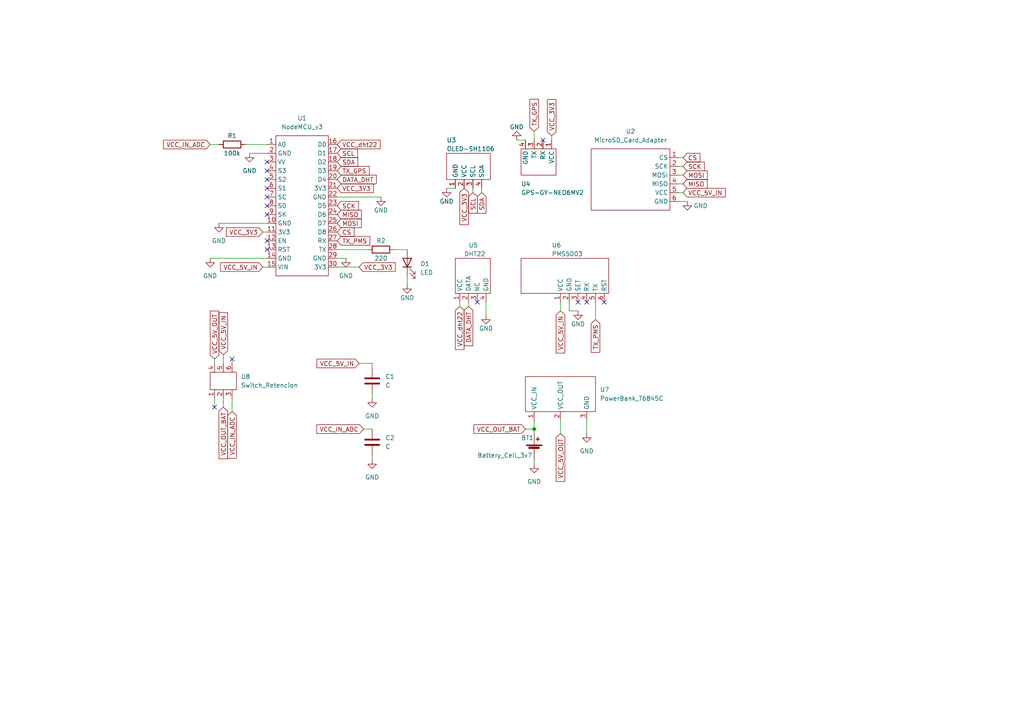
<source format=kicad_sch>
(kicad_sch (version 20220103) (generator eeschema)
  (paper "A4")
  (title_block (title "Monitor de material particulado") (company "UNC - FCEFyN"))
  (lib_symbols
    (symbol "Device:Battery_Cell" (pin_numbers hide) (pin_names (offset 0) hide)
      (property "Reference" "BT" (at 2.54 2.54 0))
      (property "Value" "Battery_Cell" (at 2.54 0 0))
      (symbol "Battery_Cell_0_1"
        (rectangle (start -2.286 1.778) (end 2.286 1.524) (fill (type outline)))
        (rectangle (start -1.5748 1.1938) (end 1.4732 0.6858) (fill (type outline)))
        (polyline (pts (xy 0 0.762) (xy 0 0)))
        (polyline (pts (xy 0 1.778) (xy 0 2.54)))
        (polyline (pts (xy 0.508 3.429) (xy 1.524 3.429)) (stroke (width 0.254)))
        (polyline (pts (xy 1.016 3.937) (xy 1.016 2.921)) (stroke (width 0.254)))
      )
      (symbol "Battery_Cell_1_1"
        (pin passive line (at 0 5.08 270) (length 2.54) (name "+") (number "1"))
        (pin passive line (at 0 -2.54 90) (length 2.54) (name "-") (number "2"))
      )
    )
    (symbol "Device:C" (pin_numbers hide) (pin_names (offset 0.254))
      (property "Reference" "C" (at 0.635 2.54 0))
      (property "Value" "C" (at 0.635 -2.54 0))
      (symbol "C_0_1"
        (polyline (pts (xy -2.032 -0.762) (xy 2.032 -0.762)) (stroke (width 0.508)))
        (polyline (pts (xy -2.032 0.762) (xy 2.032 0.762)) (stroke (width 0.508)))
      )
      (symbol "C_1_1"
        (pin passive line (at 0 3.81 270) (length 2.794) (name "~") (number "1"))
        (pin passive line (at 0 -3.81 90) (length 2.794) (name "~") (number "2"))
      )
    )
    (symbol "Device:LED" (pin_numbers hide) (pin_names (offset 1.016) hide)
      (property "Reference" "D" (at 0 2.54 0))
      (property "Value" "LED" (at 0 -2.54 0))
      (symbol "LED_0_1"
        (polyline (pts (xy -1.27 -1.27) (xy -1.27 1.27)) (stroke (width 0.254)))
        (polyline (pts (xy -1.27 0) (xy 1.27 0)))
        (polyline (pts (xy 1.27 -1.27) (xy 1.27 1.27) (xy -1.27 0) (xy 1.27 -1.27)) (stroke (width 0.254)))
        (polyline (pts (xy -3.048 -0.762) (xy -4.572 -2.286) (xy -3.81 -2.286) (xy -4.572 -2.286) (xy -4.572 -1.524)))
        (polyline (pts (xy -1.778 -0.762) (xy -3.302 -2.286) (xy -2.54 -2.286) (xy -3.302 -2.286) (xy -3.302 -1.524)))
      )
      (symbol "LED_1_1"
        (pin passive line (at -3.81 0 0) (length 2.54) (name "K") (number "1"))
        (pin passive line (at 3.81 0 180) (length 2.54) (name "A") (number "2"))
      )
    )
    (symbol "Device:R" (pin_numbers hide) (pin_names (offset 0))
      (property "Reference" "R" (at 2.032 0 90))
      (property "Value" "R" (at 0 0 90))
      (symbol "R_0_1"
        (rectangle (start -1.016 -2.54) (end 1.016 2.54) (stroke (width 0.254)))
      )
      (symbol "R_1_1"
        (pin passive line (at 0 3.81 270) (length 1.27) (name "~") (number "1"))
        (pin passive line (at 0 -3.81 90) (length 1.27) (name "~") (number "2"))
      )
    )
    (symbol "PI:DHT22"
      (property "Reference" "U" (at 0 3.81 0))
      (property "Value" "DHT22" (at 0 6.35 0))
      (symbol "DHT22_0_1"
        (rectangle (start -5.08 5.08) (end 5.08 -5.08))
      )
      (symbol "DHT22_1_1"
        (pin input line (at -3.81 -7.62 90) (length 2.54) (name "VCC") (number "1"))
        (pin input line (at -1.27 -7.62 90) (length 2.54) (name "DATA") (number "2"))
        (pin input line (at 1.27 -7.62 90) (length 2.54) (name "NC") (number "3"))
        (pin input line (at 3.81 -7.62 90) (length 2.54) (name "GND") (number "4"))
      )
    )
    (symbol "PI:GPS-GY-NEO6MV2"
      (property "Reference" "U" (at 0 -2.54 0))
      (property "Value" "GPS-GY-NEO6MV2" (at 0 -5.08 0))
      (symbol "GPS-GY-NEO6MV2_0_1"
        (rectangle (start 5.08 3.81) (end -5.08 -3.81))
      )
      (symbol "GPS-GY-NEO6MV2_1_1"
        (pin input line (at 3.81 6.35 270) (length 2.54) (name "VCC") (number "1"))
        (pin input line (at 1.27 6.35 270) (length 2.54) (name "RX") (number "2"))
        (pin input line (at -1.27 6.35 270) (length 2.54) (name "TX") (number "3"))
        (pin input line (at -3.81 6.35 270) (length 2.54) (name "GND") (number "4"))
      )
    )
    (symbol "PI:MicroSD_Card_Adapter"
      (property "Reference" "U" (at 0 7.62 0))
      (property "Value" "MicroSD_Card_Adapter" (at 0 10.16 0))
      (symbol "MicroSD_Card_Adapter_0_1"
        (rectangle (start 11.43 8.89) (end -11.43 -8.89))
      )
      (symbol "MicroSD_Card_Adapter_1_1"
        (pin input line (at 13.97 6.35 180) (length 2.54) (name "CS") (number "1"))
        (pin input line (at 13.97 3.81 180) (length 2.54) (name "SCK") (number "2"))
        (pin input line (at 13.97 1.27 180) (length 2.54) (name "MOSI") (number "3"))
        (pin input line (at 13.97 -1.27 180) (length 2.54) (name "MISO") (number "4"))
        (pin input line (at 13.97 -3.81 180) (length 2.54) (name "VCC") (number "5"))
        (pin input line (at 13.97 -6.35 180) (length 2.54) (name "GND") (number "6"))
      )
    )
    (symbol "PI:NodeMCU_v3"
      (property "Reference" "U" (at 0 17.78 0))
      (property "Value" "NodeMCU_v3" (at 0 22.86 0))
      (symbol "NodeMCU_v3_0_1"
        (rectangle (start -7.62 20.32) (end 7.62 -20.32))
        (rectangle (start 2.54 20.32) (end 2.54 20.32))
      )
      (symbol "NodeMCU_v3_1_1"
        (pin input line (at -10.16 17.78 0) (length 2.54) (name "A0") (number "1"))
        (pin input line (at -10.16 -5.08 0) (length 2.54) (name "GND") (number "10"))
        (pin input line (at -10.16 -7.62 0) (length 2.54) (name "3V3") (number "11"))
        (pin input line (at -10.16 -10.16 0) (length 2.54) (name "EN") (number "12"))
        (pin input line (at -10.16 -12.7 0) (length 2.54) (name "RST") (number "13"))
        (pin input line (at -10.16 -15.24 0) (length 2.54) (name "GND") (number "14"))
        (pin input line (at -10.16 -17.78 0) (length 2.54) (name "VIN") (number "15"))
        (pin input line (at 10.16 17.78 180) (length 2.54) (name "D0") (number "16"))
        (pin input line (at 10.16 15.24 180) (length 2.54) (name "D1") (number "17"))
        (pin input line (at 10.16 12.7 180) (length 2.54) (name "D2") (number "18"))
        (pin input line (at 10.16 10.16 180) (length 2.54) (name "D3") (number "19"))
        (pin input line (at -10.16 15.24 0) (length 2.54) (name "GND") (number "2"))
        (pin input line (at 10.16 7.62 180) (length 2.54) (name "D4") (number "20"))
        (pin input line (at 10.16 5.08 180) (length 2.54) (name "3V3") (number "21"))
        (pin input line (at 10.16 2.54 180) (length 2.54) (name "GND") (number "22"))
        (pin input line (at 10.16 0 180) (length 2.54) (name "D5") (number "23"))
        (pin input line (at 10.16 -2.54 180) (length 2.54) (name "D6") (number "24"))
        (pin input line (at 10.16 -5.08 180) (length 2.54) (name "D7") (number "25"))
        (pin input line (at 10.16 -7.62 180) (length 2.54) (name "D8") (number "26"))
        (pin input line (at 10.16 -10.16 180) (length 2.54) (name "RX") (number "27"))
        (pin input line (at 10.16 -12.7 180) (length 2.54) (name "TX") (number "28"))
        (pin input line (at 10.16 -15.24 180) (length 2.54) (name "GND") (number "29"))
        (pin input line (at -10.16 12.7 0) (length 2.54) (name "VV") (number "3"))
        (pin input line (at 10.16 -17.78 180) (length 2.54) (name "3V3") (number "30"))
        (pin input line (at -10.16 10.16 0) (length 2.54) (name "S3") (number "4"))
        (pin input line (at -10.16 7.62 0) (length 2.54) (name "S2") (number "5"))
        (pin input line (at -10.16 5.08 0) (length 2.54) (name "S1") (number "6"))
        (pin input line (at -10.16 2.54 0) (length 2.54) (name "SC") (number "7"))
        (pin input line (at -10.16 0 0) (length 2.54) (name "S0") (number "8"))
        (pin input line (at -10.16 -2.54 0) (length 2.54) (name "SK") (number "9"))
      )
    )
    (symbol "PI:OLED-SH1106"
      (property "Reference" "U" (at 0 2.54 0))
      (property "Value" "OLED-SH1106" (at 0 5.08 0))
      (symbol "OLED-SH1106_0_1"
        (rectangle (start -6.35 3.81) (end 6.35 -3.81))
        (rectangle (start 5.08 5.08) (end 5.08 5.08))
      )
      (symbol "OLED-SH1106_1_1"
        (pin input line (at -3.81 -6.35 90) (length 2.54) (name "GND") (number "1"))
        (pin input line (at -1.27 -6.35 90) (length 2.54) (name "VCC") (number "2"))
        (pin input line (at 1.27 -6.35 90) (length 2.54) (name "SCL") (number "3"))
        (pin input line (at 3.81 -6.35 90) (length 2.54) (name "SDA") (number "4"))
      )
    )
    (symbol "PI:PMS5003"
      (property "Reference" "U" (at 0 3.81 0))
      (property "Value" "PMS5003" (at 0 6.35 0))
      (symbol "PMS5003_0_1"
        (rectangle (start -12.7 5.08) (end 12.7 -5.08))
      )
      (symbol "PMS5003_1_1"
        (pin input line (at -1.27 -7.62 90) (length 2.54) (name "VCC") (number "1"))
        (pin input line (at 1.27 -7.62 90) (length 2.54) (name "GND") (number "2"))
        (pin input line (at 3.81 -7.62 90) (length 2.54) (name "SET") (number "3"))
        (pin input line (at 6.35 -7.62 90) (length 2.54) (name "RX") (number "4"))
        (pin input line (at 8.89 -7.62 90) (length 2.54) (name "TX") (number "5"))
        (pin input line (at 11.43 -7.62 90) (length 2.54) (name "RST") (number "6"))
      )
    )
    (symbol "PI:Switch_Retencion"
      (property "Reference" "U8" (at 5.08 1.27 0))
      (property "Value" "Switch_Retencion" (at 5.08 -1.27 0))
      (symbol "Switch_Retencion_0_1"
        (rectangle (start -3.81 2.54) (end 3.81 -2.54))
      )
      (symbol "Switch_Retencion_1_1"
        (pin input line (at -2.54 -5.08 90) (length 2.54) (name "") (number "1"))
        (pin input line (at 0 -5.08 90) (length 2.54) (name "") (number "2"))
        (pin input line (at 2.54 -5.08 90) (length 2.54) (name "") (number "3"))
        (pin input line (at -2.54 5.08 270) (length 2.54) (name "") (number "4"))
        (pin input line (at 0 5.08 270) (length 2.54) (name "") (number "5"))
        (pin input line (at 2.54 5.08 270) (length 2.54) (name "") (number "6"))
      )
    )
    (symbol "PowerBank_T6845C_1"
      (property "Reference" "U" (at -8.89 3.81 0))
      (property "Value" "PowerBank_T6845C_1" (at 0 6.35 0))
      (symbol "PowerBank_T6845C_1_0_1"
        (rectangle (start -10.16 -5.08) (end 10.16 5.08))
      )
      (symbol "PowerBank_T6845C_1_1_1"
        (pin input line (at -7.62 -7.62 90) (length 2.54) (name "VCC_IN") (number "1"))
        (pin input line (at 0 -7.62 90) (length 2.54) (name "VCC_OUT") (number "2"))
        (pin input line (at 7.62 -7.62 90) (length 2.54) (name "GND") (number "3"))
      )
    )
    (symbol "power:GND" (power) (pin_names (offset 0))
      (property "Value" "GND" (at 0 -3.81 0))
      (symbol "GND_0_1"
        (polyline (pts (xy 0 0) (xy 0 -1.27) (xy 1.27 -1.27) (xy 0 -2.54) (xy -1.27 -1.27) (xy 0 -1.27)))
      )
      (symbol "GND_1_1"
        (pin power_in line (at 0 0 270) (length 0) hide (name "GND") (number "1"))
      )
    )
  )
  (junction (at 154.94 124.46))
  (no_connect (at 67.31 104.14))
  (no_connect (at 167.64 87.63))
  (no_connect (at 170.18 87.63))
  (no_connect (at 77.47 46.99))
  (no_connect (at 175.26 87.63))
  (no_connect (at 77.47 69.85))
  (no_connect (at 157.48 40.64))
  (no_connect (at 77.47 72.39))
  (no_connect (at 62.23 118.11))
  (no_connect (at 77.47 62.23))
  (no_connect (at 77.47 57.15))
  (no_connect (at 77.47 59.69))
  (no_connect (at 77.47 54.61))
  (no_connect (at 77.47 49.53))
  (no_connect (at 77.47 52.07))
  (no_connect (at 138.43 87.63))
  (wire (pts (xy 162.56 90.17) (xy 162.56 87.63)))
  (wire (pts (xy 63.5 64.77) (xy 77.47 64.77)))
  (wire (pts (xy 76.2 67.31) (xy 77.47 67.31)))
  (wire (pts (xy 110.49 57.15) (xy 97.79 57.15)))
  (wire (pts (xy 139.7 55.88) (xy 139.7 54.61)))
  (wire (pts (xy 172.72 92.71) (xy 172.72 87.63)))
  (wire (pts (xy 71.12 41.91) (xy 77.47 41.91)))
  (wire (pts (xy 76.2 77.47) (xy 77.47 77.47)))
  (wire (pts (xy 154.94 38.1) (xy 154.94 40.64)))
  (wire (pts (xy 64.77 118.11) (xy 64.77 115.57)))
  (wire (pts (xy 154.94 125.73) (xy 154.94 124.46)))
  (wire (pts (xy 60.96 74.93) (xy 77.47 74.93)))
  (wire (pts (xy 135.89 88.9) (xy 135.89 87.63)))
  (wire (pts (xy 149.86 40.64) (xy 152.4 40.64)))
  (wire (pts (xy 198.12 45.72) (xy 196.85 45.72)))
  (wire (pts (xy 152.4 124.46) (xy 154.94 124.46)))
  (wire (pts (xy 140.97 87.63) (xy 140.97 91.44)))
  (wire (pts (xy 137.16 55.88) (xy 137.16 54.61)))
  (wire (pts (xy 107.95 133.35) (xy 107.95 132.08)))
  (wire (pts (xy 72.39 44.45) (xy 77.47 44.45)))
  (wire (pts (xy 107.95 115.57) (xy 107.95 114.3)))
  (wire (pts (xy 105.41 124.46) (xy 107.95 124.46)))
  (wire (pts (xy 104.14 77.47) (xy 97.79 77.47)))
  (wire (pts (xy 133.35 88.9) (xy 133.35 87.63)))
  (wire (pts (xy 60.96 41.91) (xy 63.5 41.91)))
  (wire (pts (xy 67.31 119.38) (xy 67.31 115.57)))
  (wire (pts (xy 114.3 72.39) (xy 118.11 72.39)))
  (wire (pts (xy 198.12 48.26) (xy 196.85 48.26)))
  (wire (pts (xy 160.02 39.37) (xy 160.02 40.64)))
  (wire (pts (xy 62.23 104.14) (xy 62.23 105.41)))
  (wire (pts (xy 106.68 72.39) (xy 97.79 72.39)))
  (wire (pts (xy 67.31 104.14) (xy 67.31 105.41)))
  (wire (pts (xy 198.12 55.88) (xy 196.85 55.88)))
  (wire (pts (xy 199.39 58.42) (xy 196.85 58.42)))
  (wire (pts (xy 104.14 105.41) (xy 107.95 105.41)))
  (wire (pts (xy 162.56 125.73) (xy 162.56 121.92)))
  (wire (pts (xy 100.33 74.93) (xy 97.79 74.93)))
  (wire (pts (xy 198.12 53.34) (xy 196.85 53.34)))
  (wire (pts (xy 107.95 105.41) (xy 107.95 106.68)))
  (wire (pts (xy 62.23 118.11) (xy 62.23 115.57)))
  (wire (pts (xy 170.18 125.73) (xy 170.18 121.92)))
  (wire (pts (xy 165.1 90.17) (xy 165.1 87.63)))
  (wire (pts (xy 129.54 54.61) (xy 132.08 54.61)))
  (wire (pts (xy 64.77 102.87) (xy 64.77 105.41)))
  (wire (pts (xy 154.94 124.46) (xy 154.94 121.92)))
  (wire (pts (xy 198.12 50.8) (xy 196.85 50.8)))
  (wire (pts (xy 165.1 90.17) (xy 167.64 90.17)))
  (wire (pts (xy 154.94 134.62) (xy 154.94 133.35)))
  (wire (pts (xy 118.11 82.55) (xy 118.11 80.01)))
  (global_label "VCC_IN_ADC" (shape input) (at 105.41 124.46 180) (property "Intersheetrefs" "${INTERSHEET_REFS}" (effects hide)))
  (global_label "SCK" (shape input) (at 198.12 48.26 0) (property "Intersheetrefs" "${INTERSHEET_REFS}" (effects hide)))
  (global_label "VCC_IN_ADC" (shape input) (at 67.31 119.38 270) (property "Intersheetrefs" "${INTERSHEET_REFS}" (effects hide)))
  (global_label "VCC_3V3" (shape input) (at 97.79 54.61 0) (property "Intersheetrefs" "${INTERSHEET_REFS}" (effects hide)))
  (global_label "CS" (shape input) (at 97.79 67.31 0) (property "Intersheetrefs" "${INTERSHEET_REFS}" (effects hide)))
  (global_label "VCC_IN_ADC" (shape input) (at 60.96 41.91 180) (property "Intersheetrefs" "${INTERSHEET_REFS}" (effects hide)))
  (global_label "SCK" (shape input) (at 97.79 59.69 0) (property "Intersheetrefs" "${INTERSHEET_REFS}" (effects hide)))
  (global_label "VCC_5V_IN" (shape input) (at 198.12 55.88 0) (property "Intersheetrefs" "${INTERSHEET_REFS}" (effects hide)))
  (global_label "VCC_OUT_BAT" (shape input) (at 152.4 124.46 180) (property "Intersheetrefs" "${INTERSHEET_REFS}" (effects hide)))
  (global_label "SDA" (shape input) (at 97.79 46.99 0) (property "Intersheetrefs" "${INTERSHEET_REFS}" (effects hide)))
  (global_label "SCL" (shape input) (at 97.79 44.45 0) (property "Intersheetrefs" "${INTERSHEET_REFS}" (effects hide)))
  (global_label "TX_GPS" (shape input) (at 154.94 38.1 90) (property "Intersheetrefs" "${INTERSHEET_REFS}" (effects hide)))
  (global_label "MOSI" (shape input) (at 97.79 64.77 0) (property "Intersheetrefs" "${INTERSHEET_REFS}" (effects hide)))
  (global_label "VCC_3V3" (shape input) (at 104.14 77.47 0) (property "Intersheetrefs" "${INTERSHEET_REFS}" (effects hide)))
  (global_label "VCC_5V_IN" (shape input) (at 104.14 105.41 180) (property "Intersheetrefs" "${INTERSHEET_REFS}" (effects hide)))
  (global_label "VCC_OUT_BAT" (shape input) (at 64.77 118.11 270) (property "Intersheetrefs" "${INTERSHEET_REFS}" (effects hide)))
  (global_label "TX_PMS" (shape input) (at 172.72 92.71 270) (property "Intersheetrefs" "${INTERSHEET_REFS}" (effects hide)))
  (global_label "TX_PMS" (shape input) (at 97.79 69.85 0) (property "Intersheetrefs" "${INTERSHEET_REFS}" (effects hide)))
  (global_label "DATA_DHT" (shape input) (at 135.89 88.9 270) (property "Intersheetrefs" "${INTERSHEET_REFS}" (effects hide)))
  (global_label "VCC_5V_IN" (shape input) (at 162.56 90.17 270) (property "Intersheetrefs" "${INTERSHEET_REFS}" (effects hide)))
  (global_label "MISO" (shape input) (at 198.12 53.34 0) (property "Intersheetrefs" "${INTERSHEET_REFS}" (effects hide)))
  (global_label "VCC_5V_OUT" (shape input) (at 162.56 125.73 270) (property "Intersheetrefs" "${INTERSHEET_REFS}" (effects hide)))
  (global_label "TX_GPS" (shape input) (at 97.79 49.53 0) (property "Intersheetrefs" "${INTERSHEET_REFS}" (effects hide)))
  (global_label "VCC_5V_OUT" (shape input) (at 62.23 104.14 90) (property "Intersheetrefs" "${INTERSHEET_REFS}" (effects hide)))
  (global_label "DATA_DHT" (shape input) (at 97.79 52.07 0) (property "Intersheetrefs" "${INTERSHEET_REFS}" (effects hide)))
  (global_label "MOSI" (shape input) (at 198.12 50.8 0) (property "Intersheetrefs" "${INTERSHEET_REFS}" (effects hide)))
  (global_label "VCC_3V3" (shape input) (at 76.2 67.31 180) (property "Intersheetrefs" "${INTERSHEET_REFS}" (effects hide)))
  (global_label "VCC_3V3" (shape input) (at 134.62 54.61 270) (property "Intersheetrefs" "${INTERSHEET_REFS}" (effects hide)))
  (global_label "VCC_5V_IN" (shape input) (at 76.2 77.47 180) (property "Intersheetrefs" "${INTERSHEET_REFS}" (effects hide)))
  (global_label "CS" (shape input) (at 198.12 45.72 0) (property "Intersheetrefs" "${INTERSHEET_REFS}" (effects hide)))
  (global_label "VCC_5V_IN" (shape input) (at 64.77 102.87 90) (property "Intersheetrefs" "${INTERSHEET_REFS}" (effects hide)))
  (global_label "SDA" (shape input) (at 139.7 55.88 270) (property "Intersheetrefs" "${INTERSHEET_REFS}" (effects hide)))
  (global_label "VCC_3V3" (shape input) (at 160.02 39.37 90) (property "Intersheetrefs" "${INTERSHEET_REFS}" (effects hide)))
  (global_label "VCC_dht22" (shape input) (at 97.79 41.91 0) (property "Intersheetrefs" "${INTERSHEET_REFS}" (effects hide)))
  (global_label "VCC_dht22" (shape input) (at 133.35 88.9 270) (property "Intersheetrefs" "${INTERSHEET_REFS}" (effects hide)))
  (global_label "MISO" (shape input) (at 97.79 62.23 0) (property "Intersheetrefs" "${INTERSHEET_REFS}" (effects hide)))
  (global_label "SCL" (shape input) (at 137.16 55.88 270) (property "Intersheetrefs" "${INTERSHEET_REFS}" (effects hide)))
  (symbol (lib_id "power:GND") (at 140.97 91.44 0) (unit 1)
    (property "Reference" "#PWR010" (effects hide))
    (property "Value" "GND" (at 140.97 95.25 0))
  )
  (symbol (lib_id "power:GND") (at 170.18 125.73 0) (unit 1)
    (property "Reference" "#PWR013" (effects hide))
    (property "Value" "GND" (at 170.18 130.81 0))
  )
  (symbol (lib_id "power:GND") (at 72.39 44.45 0) (unit 1)
    (property "Reference" "#PWR03" (effects hide))
    (property "Value" "GND" (at 72.39 49.53 0))
  )
  (symbol (lib_id "PI:GPS-GY-NEO6MV2") (at 156.21 46.99 0) (unit 1)
    (property "Reference" "U4" (at 151.13 53.34 0) (effects (justify left)))
    (property "Value" "GPS-GY-NEO6MV2" (at 151.13 55.88 0) (effects (justify left)))
    (property "Footprint" "PI:GPS-GY-NEO6MV2" (effects hide))
  )
  (symbol (lib_name "PowerBank_T6845C_1") (lib_id "PI:PowerBank_T6845C") (at 162.56 114.3 0) (unit 1)
    (property "Reference" "U7" (at 173.99 113.0299 0) (effects (justify left)))
    (property "Value" "PowerBank_T6845C" (at 173.99 115.5699 0) (effects (justify left)))
    (property "Footprint" "PI:StepUP_3.7_5v" (effects hide))
  )
  (symbol (lib_id "PI:PMS5003") (at 163.83 80.01 0) (unit 1)
    (property "Reference" "U6" (at 160.02 71.12 0) (effects (justify left)))
    (property "Value" "PMS5003" (at 160.02 73.66 0) (effects (justify left)))
    (property "Footprint" "PI:PMS5003" (effects hide))
  )
  (symbol (lib_id "power:GND") (at 167.64 90.17 0) (unit 1)
    (property "Reference" "#PWR?" (effects hide))
    (property "Value" "GND" (at 167.64 93.98 0))
  )
  (symbol (lib_id "Device:Battery_Cell") (at 154.94 130.81 0) (unit 1)
    (property "Reference" "BT1" (at 151.13 127 0) (effects (justify left)))
    (property "Value" "Battery_Cell_3v7" (at 138.43 132.08 0) (effects (justify left)))
    (property "Footprint" "PI:battery_18650" (effects hide))
  )
  (symbol (lib_id "power:GND") (at 60.96 74.93 0) (unit 1)
    (property "Reference" "#PWR02" (effects hide))
    (property "Value" "GND" (at 60.96 80.01 0))
  )
  (symbol (lib_id "power:GND") (at 107.95 133.35 0) (unit 1)
    (property "Reference" "#PWR015" (effects hide))
    (property "Value" "GND" (at 107.95 138.43 0))
  )
  (symbol (lib_id "power:GND") (at 154.94 134.62 0) (unit 1)
    (property "Reference" "#PWR011" (effects hide))
    (property "Value" "GND" (at 154.94 139.7 0))
  )
  (symbol (lib_id "PI:MicroSD_Card_Adapter") (at 182.88 52.07 0) (unit 1)
    (property "Reference" "U2" (at 182.88 38.1 0))
    (property "Value" "MicroSD_Card_Adapter" (at 182.88 40.64 0))
    (property "Footprint" "PI:MicroSD_Card_adapter" (effects hide))
  )
  (symbol (lib_id "Device:C") (at 107.95 110.49 0) (unit 1)
    (property "Reference" "C1" (at 111.76 109.2199 0) (effects (justify left)))
    (property "Value" "C" (at 111.76 111.7599 0) (effects (justify left)))
    (property "Footprint" "Capacitor_THT:CP_Radial_D5.0mm_P2.50mm" (effects hide))
  )
  (symbol (lib_id "PI:Switch_Retencion") (at 64.77 110.49 0) (unit 1)
    (property "Reference" "U8" (at 69.85 109.2199 0) (effects (justify left)))
    (property "Value" "Switch_Retencion" (at 69.85 111.7599 0) (effects (justify left)))
    (property "Footprint" "PI:Switch_Retencion" (effects hide))
  )
  (symbol (lib_id "Device:R") (at 110.49 72.39 270) (unit 1)
    (property "Reference" "R2" (at 110.49 69.85 90))
    (property "Value" "220" (at 110.49 74.93 90))
    (property "Footprint" "Resistor_THT:R_Axial_DIN0207_L6.3mm_D2.5mm_P10.16mm_Horizontal" (effects hide))
  )
  (symbol (lib_id "Device:LED") (at 118.11 76.2 90) (unit 1)
    (property "Reference" "D1" (at 121.92 76.5174 90) (effects (justify right)))
    (property "Value" "LED" (at 121.92 79.0574 90) (effects (justify right)))
    (property "Footprint" "LED_THT:LED_D5.0mm" (effects hide))
  )
  (symbol (lib_id "power:GND") (at 110.49 57.15 0) (unit 1)
    (property "Reference" "#PWR06" (effects hide))
    (property "Value" "GND" (at 110.49 60.96 0))
  )
  (symbol (lib_id "power:GND") (at 63.5 64.77 0) (unit 1)
    (property "Reference" "#PWR01" (effects hide))
    (property "Value" "GND" (at 63.5 69.85 0))
  )
  (symbol (lib_id "power:GND") (at 149.86 40.64 180) (unit 1)
    (property "Reference" "#PWR09" (effects hide))
    (property "Value" "GND" (at 149.86 36.83 0))
  )
  (symbol (lib_id "power:GND") (at 100.33 74.93 0) (unit 1)
    (property "Reference" "#PWR04" (effects hide))
    (property "Value" "GND" (at 100.33 80.01 0))
  )
  (symbol (lib_id "power:GND") (at 118.11 82.55 0) (unit 1)
    (property "Reference" "#PWR07" (effects hide))
    (property "Value" "GND" (at 118.11 86.36 0))
  )
  (symbol (lib_id "PI:NodeMCU_v3") (at 87.63 59.69 0) (unit 1)
    (property "Reference" "U1" (at 87.63 34.29 0))
    (property "Value" "NodeMCU_v3" (at 87.63 36.83 0))
    (property "Footprint" "PI:NodeMCU_V3" (effects hide))
  )
  (symbol (lib_id "PI:OLED-SH1106") (at 135.89 48.26 0) (unit 1)
    (property "Reference" "U3" (at 129.54 40.64 0) (effects (justify left)))
    (property "Value" "OLED-SH1106" (at 129.54 43.18 0) (effects (justify left)))
    (property "Footprint" "PI:OLED_SH1106_1.3''" (effects hide))
  )
  (symbol (lib_id "power:GND") (at 199.39 58.42 0) (unit 1)
    (property "Reference" "#PWR05" (effects hide))
    (property "Value" "GND" (at 203.2 59.69 0))
  )
  (symbol (lib_id "power:GND") (at 129.54 54.61 0) (unit 1)
    (property "Reference" "#PWR08" (effects hide))
    (property "Value" "GND" (at 129.54 58.42 0))
  )
  (symbol (lib_id "Device:C") (at 107.95 128.27 0) (unit 1)
    (property "Reference" "C2" (at 111.76 126.9999 0) (effects (justify left)))
    (property "Value" "C" (at 111.76 129.5399 0) (effects (justify left)))
    (property "Footprint" "Capacitor_THT:CP_Radial_D5.0mm_P2.50mm" (effects hide))
  )
  (symbol (lib_id "power:GND") (at 107.95 115.57 0) (unit 1)
    (property "Reference" "#PWR014" (effects hide))
    (property "Value" "GND" (at 107.95 120.65 0))
  )
  (symbol (lib_id "Device:R") (at 67.31 41.91 270) (unit 1)
    (property "Reference" "R1" (at 67.31 39.37 90))
    (property "Value" "100k" (at 67.31 44.45 90))
    (property "Footprint" "Resistor_THT:R_Axial_DIN0207_L6.3mm_D2.5mm_P10.16mm_Horizontal" (effects hide))
  )
  (symbol (lib_id "PI:DHT22") (at 137.16 80.01 0) (unit 1)
    (property "Reference" "U5" (at 135.89 71.12 0) (effects (justify left)))
    (property "Value" "DHT22" (at 134.62 73.66 0) (effects (justify left)))
    (property "Footprint" "PI:DHT22" (effects hide))
  )
)
</source>
